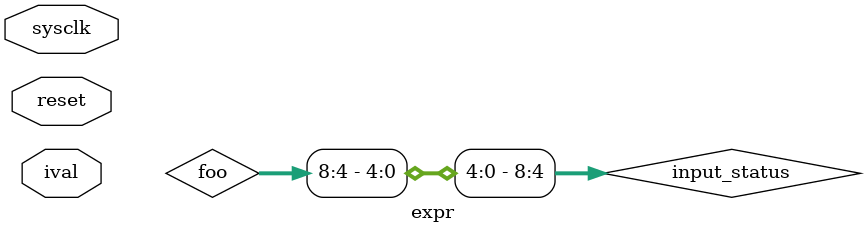
<source format=v>
module expr(
reset,
sysclk,
ival
);
input reset, sysclk, ival;
wire reset;
wire sysclk;
wire ival;
reg [13:0] foo;
wire [2:0] baz;
reg [22:0] bam;
wire [5:3] out_i;
wire [8:0] input_status;
wire enable; wire debug; wire aux; wire outy; wire dv; wire value;
  assign input_status = {foo[9:4],((baz[3:0] & foo[3:0] | (( ~baz[3:0] & bam[3:0]))))};
  assign out_i = ((enable & ((aux ^ outy)))) | ((debug & dv &  ~enable)) | (( ~debug &  ~enable & value));
  always @(negedge reset or negedge sysclk) begin
    if((reset != 1'b 0)) begin
      foo <= {14{1'b0}};
    end else begin
      foo[3 * ((2 - 1))] <= (4 * ((1 + 2)));
      bam[13:0] <= foo;
    end
  end
endmodule
</source>
